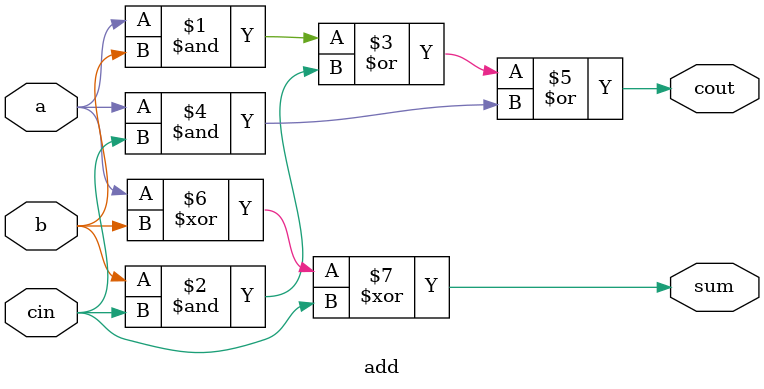
<source format=v>
module top_module (
    input [7:0] a,
    input [7:0] b,
    output [7:0] s,
    output overflow
); 
 
     assign s = a + b;
     assign overflow = a[7] && b[7] && (~s[7]) || (~a[7]) && (~b[7]) && (s[7]); 

endmodule

module add( 
    input a, b, cin,
    output cout, sum );
    
	assign cout = a&b | b&cin | a&cin;
	assign sum  = a^b^cin;
endmodule
</source>
